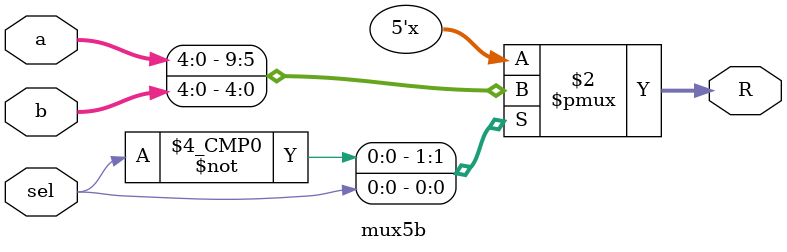
<source format=v>
`timescale 1ns/1ns
module mux5b (
    input [4:0] a,
    input [4:0] b,
    input sel,
    output reg [4:0] R
);

always @(*) begin
    case(sel)
        1'b0: R <= a;
        1'b1: R <= b;
        default: R <= 0;
    endcase
end
endmodule
</source>
